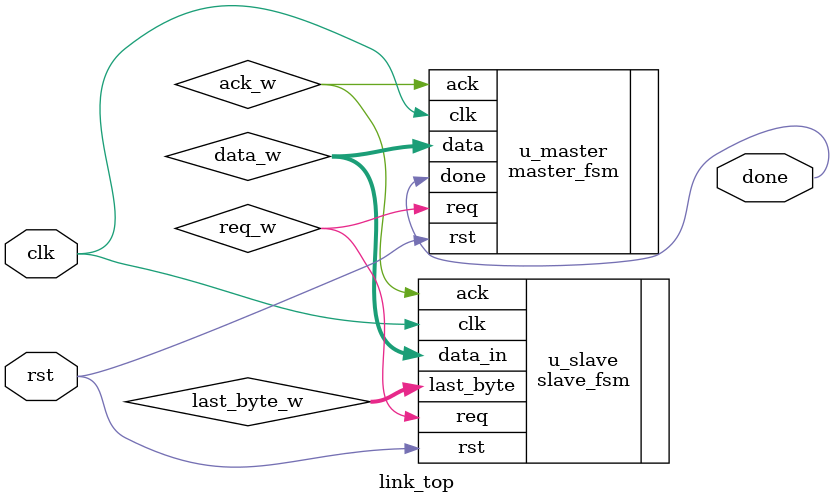
<source format=v>
module link_top (
    input  wire clk,
    input  wire rst,
    output wire done
);
    // Wires between master and slave
    wire        req_w;
    wire        ack_w;
    wire [7:0]  data_w;
    wire [7:0]  last_byte_w;

    master_fsm u_master (
        .clk (clk),
        .rst (rst),
        .ack (ack_w),
        .req (req_w),
        .data(data_w),
        .done(done)
    );

    slave_fsm u_slave (
        .clk      (clk),
        .rst      (rst),
        .req      (req_w),
        .data_in  (data_w),
        .ack      (ack_w),
        .last_byte(last_byte_w)
    );

    // Optional: expose some internal signals via hierarchical paths in TB.
endmodule

</source>
